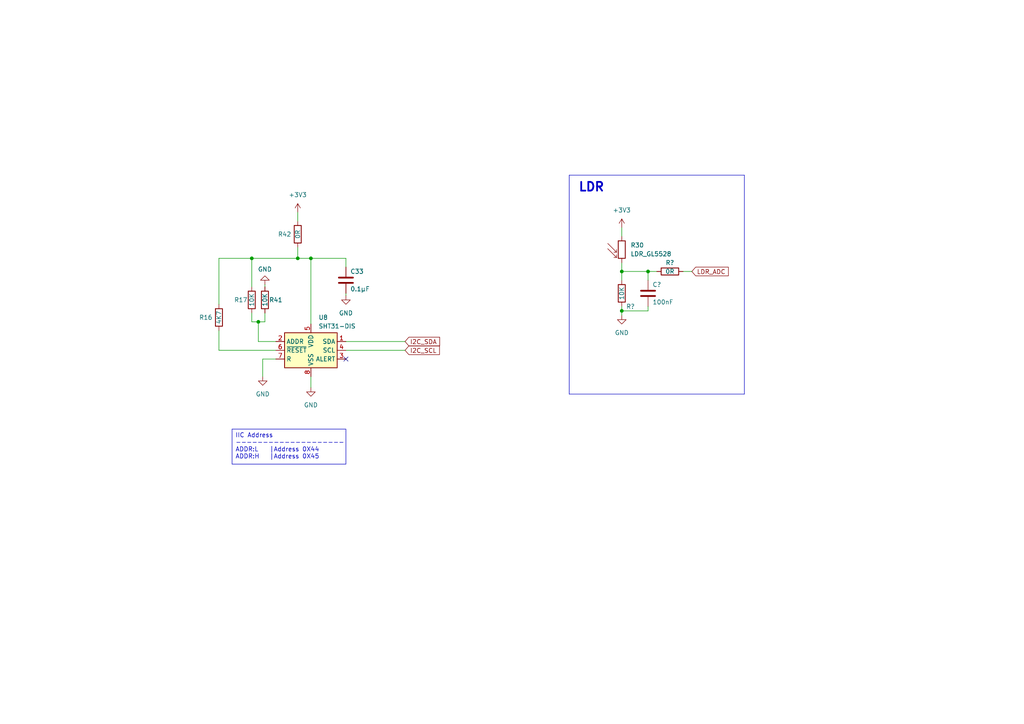
<source format=kicad_sch>
(kicad_sch (version 20230121) (generator eeschema)

  (uuid 2b06ac41-a27c-40fc-9a23-39e88749f8d7)

  (paper "A4")

  (title_block
    (title "ChronoVolt_Control")
    (date "2023-10-08")
    (rev "0.3")
    (company "Final Resolution")
  )

  (lib_symbols
    (symbol "Device:C" (pin_numbers hide) (pin_names (offset 0.254)) (in_bom yes) (on_board yes)
      (property "Reference" "C" (at 0.635 2.54 0)
        (effects (font (size 1.27 1.27)) (justify left))
      )
      (property "Value" "C" (at 0.635 -2.54 0)
        (effects (font (size 1.27 1.27)) (justify left))
      )
      (property "Footprint" "" (at 0.9652 -3.81 0)
        (effects (font (size 1.27 1.27)) hide)
      )
      (property "Datasheet" "~" (at 0 0 0)
        (effects (font (size 1.27 1.27)) hide)
      )
      (property "ki_keywords" "cap capacitor" (at 0 0 0)
        (effects (font (size 1.27 1.27)) hide)
      )
      (property "ki_description" "Unpolarized capacitor" (at 0 0 0)
        (effects (font (size 1.27 1.27)) hide)
      )
      (property "ki_fp_filters" "C_*" (at 0 0 0)
        (effects (font (size 1.27 1.27)) hide)
      )
      (symbol "C_0_1"
        (polyline
          (pts
            (xy -2.032 -0.762)
            (xy 2.032 -0.762)
          )
          (stroke (width 0.508) (type default))
          (fill (type none))
        )
        (polyline
          (pts
            (xy -2.032 0.762)
            (xy 2.032 0.762)
          )
          (stroke (width 0.508) (type default))
          (fill (type none))
        )
      )
      (symbol "C_1_1"
        (pin passive line (at 0 3.81 270) (length 2.794)
          (name "~" (effects (font (size 1.27 1.27))))
          (number "1" (effects (font (size 1.27 1.27))))
        )
        (pin passive line (at 0 -3.81 90) (length 2.794)
          (name "~" (effects (font (size 1.27 1.27))))
          (number "2" (effects (font (size 1.27 1.27))))
        )
      )
    )
    (symbol "Device:R" (pin_numbers hide) (pin_names (offset 0)) (in_bom yes) (on_board yes)
      (property "Reference" "R" (at 2.032 0 90)
        (effects (font (size 1.27 1.27)))
      )
      (property "Value" "R" (at 0 0 90)
        (effects (font (size 1.27 1.27)))
      )
      (property "Footprint" "" (at -1.778 0 90)
        (effects (font (size 1.27 1.27)) hide)
      )
      (property "Datasheet" "~" (at 0 0 0)
        (effects (font (size 1.27 1.27)) hide)
      )
      (property "ki_keywords" "R res resistor" (at 0 0 0)
        (effects (font (size 1.27 1.27)) hide)
      )
      (property "ki_description" "Resistor" (at 0 0 0)
        (effects (font (size 1.27 1.27)) hide)
      )
      (property "ki_fp_filters" "R_*" (at 0 0 0)
        (effects (font (size 1.27 1.27)) hide)
      )
      (symbol "R_0_1"
        (rectangle (start -1.016 -2.54) (end 1.016 2.54)
          (stroke (width 0.254) (type default))
          (fill (type none))
        )
      )
      (symbol "R_1_1"
        (pin passive line (at 0 3.81 270) (length 1.27)
          (name "~" (effects (font (size 1.27 1.27))))
          (number "1" (effects (font (size 1.27 1.27))))
        )
        (pin passive line (at 0 -3.81 90) (length 1.27)
          (name "~" (effects (font (size 1.27 1.27))))
          (number "2" (effects (font (size 1.27 1.27))))
        )
      )
    )
    (symbol "Device:R_Photo" (pin_numbers hide) (pin_names (offset 0)) (in_bom yes) (on_board yes)
      (property "Reference" "R" (at 1.27 1.27 0)
        (effects (font (size 1.27 1.27)) (justify left))
      )
      (property "Value" "R_Photo" (at 1.27 0 0)
        (effects (font (size 1.27 1.27)) (justify left top))
      )
      (property "Footprint" "" (at 1.27 -6.35 90)
        (effects (font (size 1.27 1.27)) (justify left) hide)
      )
      (property "Datasheet" "~" (at 0 -1.27 0)
        (effects (font (size 1.27 1.27)) hide)
      )
      (property "ki_keywords" "resistor variable light sensitive opto LDR" (at 0 0 0)
        (effects (font (size 1.27 1.27)) hide)
      )
      (property "ki_description" "Photoresistor" (at 0 0 0)
        (effects (font (size 1.27 1.27)) hide)
      )
      (property "ki_fp_filters" "*LDR* R?LDR*" (at 0 0 0)
        (effects (font (size 1.27 1.27)) hide)
      )
      (symbol "R_Photo_0_1"
        (rectangle (start -1.016 2.54) (end 1.016 -2.54)
          (stroke (width 0.254) (type default))
          (fill (type none))
        )
        (polyline
          (pts
            (xy -1.524 -2.286)
            (xy -4.064 0.254)
          )
          (stroke (width 0) (type default))
          (fill (type none))
        )
        (polyline
          (pts
            (xy -1.524 -2.286)
            (xy -2.286 -2.286)
          )
          (stroke (width 0) (type default))
          (fill (type none))
        )
        (polyline
          (pts
            (xy -1.524 -2.286)
            (xy -1.524 -1.524)
          )
          (stroke (width 0) (type default))
          (fill (type none))
        )
        (polyline
          (pts
            (xy -1.524 -0.762)
            (xy -4.064 1.778)
          )
          (stroke (width 0) (type default))
          (fill (type none))
        )
        (polyline
          (pts
            (xy -1.524 -0.762)
            (xy -2.286 -0.762)
          )
          (stroke (width 0) (type default))
          (fill (type none))
        )
        (polyline
          (pts
            (xy -1.524 -0.762)
            (xy -1.524 0)
          )
          (stroke (width 0) (type default))
          (fill (type none))
        )
      )
      (symbol "R_Photo_1_1"
        (pin passive line (at 0 3.81 270) (length 1.27)
          (name "~" (effects (font (size 1.27 1.27))))
          (number "1" (effects (font (size 1.27 1.27))))
        )
        (pin passive line (at 0 -3.81 90) (length 1.27)
          (name "~" (effects (font (size 1.27 1.27))))
          (number "2" (effects (font (size 1.27 1.27))))
        )
      )
    )
    (symbol "PCM_4ms_Power-symbol:GND" (power) (pin_names (offset 0)) (in_bom yes) (on_board yes)
      (property "Reference" "#PWR" (at 0 -6.35 0)
        (effects (font (size 1.27 1.27)) hide)
      )
      (property "Value" "GND" (at 0 -3.81 0)
        (effects (font (size 1.27 1.27)))
      )
      (property "Footprint" "" (at 0 0 0)
        (effects (font (size 1.27 1.27)) hide)
      )
      (property "Datasheet" "" (at 0 0 0)
        (effects (font (size 1.27 1.27)) hide)
      )
      (symbol "GND_0_1"
        (polyline
          (pts
            (xy 0 0)
            (xy 0 -1.27)
            (xy 1.27 -1.27)
            (xy 0 -2.54)
            (xy -1.27 -1.27)
            (xy 0 -1.27)
          )
          (stroke (width 0) (type default))
          (fill (type none))
        )
      )
      (symbol "GND_1_1"
        (pin power_in line (at 0 0 270) (length 0) hide
          (name "GND" (effects (font (size 1.27 1.27))))
          (number "1" (effects (font (size 1.27 1.27))))
        )
      )
    )
    (symbol "Sensor_Humidity:SHT31-DIS" (in_bom yes) (on_board yes)
      (property "Reference" "U" (at -6.35 6.35 0)
        (effects (font (size 1.27 1.27)))
      )
      (property "Value" "SHT31-DIS" (at 6.35 6.35 0)
        (effects (font (size 1.27 1.27)))
      )
      (property "Footprint" "Sensor_Humidity:Sensirion_DFN-8-1EP_2.5x2.5mm_P0.5mm_EP1.1x1.7mm" (at 0 1.27 0)
        (effects (font (size 1.27 1.27)) hide)
      )
      (property "Datasheet" "https://www.sensirion.com/fileadmin/user_upload/customers/sensirion/Dokumente/2_Humidity_Sensors/Datasheets/Sensirion_Humidity_Sensors_SHT3x_Datasheet_digital.pdf" (at 0 1.27 0)
        (effects (font (size 1.27 1.27)) hide)
      )
      (property "ki_keywords" "digital temperature humidity i2c" (at 0 0 0)
        (effects (font (size 1.27 1.27)) hide)
      )
      (property "ki_description" "I²C humidity and temperature sensor, ±2%RH, ±0.2°C, DFN-8" (at 0 0 0)
        (effects (font (size 1.27 1.27)) hide)
      )
      (property "ki_fp_filters" "Sensirion*DFN*1EP*2.5x2.5mm*P0.5mm*" (at 0 0 0)
        (effects (font (size 1.27 1.27)) hide)
      )
      (symbol "SHT31-DIS_0_1"
        (rectangle (start -7.62 5.08) (end 7.62 -5.08)
          (stroke (width 0.254) (type default))
          (fill (type background))
        )
      )
      (symbol "SHT31-DIS_1_1"
        (pin bidirectional line (at 10.16 2.54 180) (length 2.54)
          (name "SDA" (effects (font (size 1.27 1.27))))
          (number "1" (effects (font (size 1.27 1.27))))
        )
        (pin input line (at -10.16 2.54 0) (length 2.54)
          (name "ADDR" (effects (font (size 1.27 1.27))))
          (number "2" (effects (font (size 1.27 1.27))))
        )
        (pin output line (at 10.16 -2.54 180) (length 2.54)
          (name "ALERT" (effects (font (size 1.27 1.27))))
          (number "3" (effects (font (size 1.27 1.27))))
        )
        (pin input line (at 10.16 0 180) (length 2.54)
          (name "SCL" (effects (font (size 1.27 1.27))))
          (number "4" (effects (font (size 1.27 1.27))))
        )
        (pin power_in line (at 0 7.62 270) (length 2.54)
          (name "VDD" (effects (font (size 1.27 1.27))))
          (number "5" (effects (font (size 1.27 1.27))))
        )
        (pin input line (at -10.16 0 0) (length 2.54)
          (name "~{RESET}" (effects (font (size 1.27 1.27))))
          (number "6" (effects (font (size 1.27 1.27))))
        )
        (pin passive line (at -10.16 -2.54 0) (length 2.54)
          (name "R" (effects (font (size 1.27 1.27))))
          (number "7" (effects (font (size 1.27 1.27))))
        )
        (pin power_in line (at 0 -7.62 90) (length 2.54)
          (name "VSS" (effects (font (size 1.27 1.27))))
          (number "8" (effects (font (size 1.27 1.27))))
        )
        (pin passive line (at 0 -7.62 90) (length 2.54) hide
          (name "VSS" (effects (font (size 1.27 1.27))))
          (number "9" (effects (font (size 1.27 1.27))))
        )
      )
    )
    (symbol "power:+3V3" (power) (pin_names (offset 0)) (in_bom yes) (on_board yes)
      (property "Reference" "#PWR" (at 0 -3.81 0)
        (effects (font (size 1.27 1.27)) hide)
      )
      (property "Value" "+3V3" (at 0 3.556 0)
        (effects (font (size 1.27 1.27)))
      )
      (property "Footprint" "" (at 0 0 0)
        (effects (font (size 1.27 1.27)) hide)
      )
      (property "Datasheet" "" (at 0 0 0)
        (effects (font (size 1.27 1.27)) hide)
      )
      (property "ki_keywords" "global power" (at 0 0 0)
        (effects (font (size 1.27 1.27)) hide)
      )
      (property "ki_description" "Power symbol creates a global label with name \"+3V3\"" (at 0 0 0)
        (effects (font (size 1.27 1.27)) hide)
      )
      (symbol "+3V3_0_1"
        (polyline
          (pts
            (xy -0.762 1.27)
            (xy 0 2.54)
          )
          (stroke (width 0) (type default))
          (fill (type none))
        )
        (polyline
          (pts
            (xy 0 0)
            (xy 0 2.54)
          )
          (stroke (width 0) (type default))
          (fill (type none))
        )
        (polyline
          (pts
            (xy 0 2.54)
            (xy 0.762 1.27)
          )
          (stroke (width 0) (type default))
          (fill (type none))
        )
      )
      (symbol "+3V3_1_1"
        (pin power_in line (at 0 0 90) (length 0) hide
          (name "+3V3" (effects (font (size 1.27 1.27))))
          (number "1" (effects (font (size 1.27 1.27))))
        )
      )
    )
    (symbol "power:GND" (power) (pin_names (offset 0)) (in_bom yes) (on_board yes)
      (property "Reference" "#PWR" (at 0 -6.35 0)
        (effects (font (size 1.27 1.27)) hide)
      )
      (property "Value" "GND" (at 0 -3.81 0)
        (effects (font (size 1.27 1.27)))
      )
      (property "Footprint" "" (at 0 0 0)
        (effects (font (size 1.27 1.27)) hide)
      )
      (property "Datasheet" "" (at 0 0 0)
        (effects (font (size 1.27 1.27)) hide)
      )
      (property "ki_keywords" "global power" (at 0 0 0)
        (effects (font (size 1.27 1.27)) hide)
      )
      (property "ki_description" "Power symbol creates a global label with name \"GND\" , ground" (at 0 0 0)
        (effects (font (size 1.27 1.27)) hide)
      )
      (symbol "GND_0_1"
        (polyline
          (pts
            (xy 0 0)
            (xy 0 -1.27)
            (xy 1.27 -1.27)
            (xy 0 -2.54)
            (xy -1.27 -1.27)
            (xy 0 -1.27)
          )
          (stroke (width 0) (type default))
          (fill (type none))
        )
      )
      (symbol "GND_1_1"
        (pin power_in line (at 0 0 270) (length 0) hide
          (name "GND" (effects (font (size 1.27 1.27))))
          (number "1" (effects (font (size 1.27 1.27))))
        )
      )
    )
  )

  (junction (at 90.17 74.93) (diameter 0) (color 0 0 0 0)
    (uuid 5123c12e-a9bd-4435-aaa0-05df2008868b)
  )
  (junction (at 74.93 93.345) (diameter 0) (color 0 0 0 0)
    (uuid 70eb4c93-b5a5-4555-b71a-35e15984eea6)
  )
  (junction (at 180.34 78.74) (diameter 0) (color 0 0 0 0)
    (uuid be815da4-2e17-4c16-98a9-d385515e9fc3)
  )
  (junction (at 73.025 74.93) (diameter 0) (color 0 0 0 0)
    (uuid e1ec7e3e-bd8a-430e-85a1-8bf45a22ffcc)
  )
  (junction (at 86.36 74.93) (diameter 0) (color 0 0 0 0)
    (uuid e25b323d-f87f-4586-b71b-ca0f8967d3c8)
  )
  (junction (at 180.34 90.17) (diameter 0) (color 0 0 0 0)
    (uuid ee40b419-5867-418e-a52a-bb58a46359cd)
  )
  (junction (at 187.96 78.74) (diameter 0) (color 0 0 0 0)
    (uuid fcca7f3b-a854-4dcf-9a39-18e487100e21)
  )

  (no_connect (at 100.33 104.14) (uuid c7feb09c-b9f5-4bc8-abe4-babdd36f3e3b))

  (wire (pts (xy 63.5 101.6) (xy 80.01 101.6))
    (stroke (width 0) (type default))
    (uuid 076424c7-f09c-42ec-9665-662d6d1e58a6)
  )
  (wire (pts (xy 63.5 95.885) (xy 63.5 101.6))
    (stroke (width 0) (type default))
    (uuid 0dc12b77-e7c2-4eb6-9365-51faa9506a02)
  )
  (wire (pts (xy 76.835 90.805) (xy 76.835 93.345))
    (stroke (width 0) (type default))
    (uuid 1466e08f-a867-406a-86f1-13637a9f0f49)
  )
  (polyline (pts (xy 165.1 50.8) (xy 215.9 50.8))
    (stroke (width 0) (type default))
    (uuid 16188170-3122-4742-8386-638919bdffd4)
  )

  (wire (pts (xy 90.17 74.93) (xy 90.17 93.98))
    (stroke (width 0) (type default))
    (uuid 2c880ba1-df56-4dc2-b9ca-bd40bb1fb1ff)
  )
  (polyline (pts (xy 215.9 114.3) (xy 215.9 50.8))
    (stroke (width 0) (type default))
    (uuid 2e1e46da-8c73-4c49-a61c-b4ff4da9cbd0)
  )

  (wire (pts (xy 76.2 104.14) (xy 80.01 104.14))
    (stroke (width 0) (type default))
    (uuid 331b38d0-f5f4-4521-afa7-679419dd8e00)
  )
  (wire (pts (xy 74.93 93.345) (xy 73.025 93.345))
    (stroke (width 0) (type default))
    (uuid 3bd3efb7-52b6-4e2a-aaab-2e95afdf7352)
  )
  (wire (pts (xy 187.96 78.74) (xy 190.5 78.74))
    (stroke (width 0) (type default))
    (uuid 3be72cf9-56e2-4c81-b4c0-d4126a672a1b)
  )
  (wire (pts (xy 76.835 93.345) (xy 74.93 93.345))
    (stroke (width 0) (type default))
    (uuid 41a84910-b12b-4193-9eec-ba3a584590fc)
  )
  (wire (pts (xy 76.2 104.14) (xy 76.2 109.22))
    (stroke (width 0) (type default))
    (uuid 4832cdb4-6e25-476c-a84c-cd712802e393)
  )
  (wire (pts (xy 73.025 74.93) (xy 86.36 74.93))
    (stroke (width 0) (type default))
    (uuid 4c70deb3-1d88-4435-939c-a0474edd0d87)
  )
  (polyline (pts (xy 165.1 114.3) (xy 215.9 114.3))
    (stroke (width 0) (type default))
    (uuid 4efb4ed6-1741-4a5c-9ba9-297e915b13b8)
  )

  (wire (pts (xy 73.025 74.93) (xy 73.025 83.185))
    (stroke (width 0) (type default))
    (uuid 557613b6-c3e3-4d7c-9fc1-8ba39f26bfbe)
  )
  (wire (pts (xy 76.835 82.55) (xy 76.835 83.185))
    (stroke (width 0) (type default))
    (uuid 5a450199-725e-4a0c-bb81-46830fbd2dbe)
  )
  (wire (pts (xy 73.025 93.345) (xy 73.025 90.805))
    (stroke (width 0) (type default))
    (uuid 60692907-57fc-48a4-a6eb-9c6ca0961287)
  )
  (wire (pts (xy 90.17 74.93) (xy 100.33 74.93))
    (stroke (width 0) (type default))
    (uuid 629a7a81-7467-48b5-873a-8e53db848411)
  )
  (wire (pts (xy 180.34 90.17) (xy 187.96 90.17))
    (stroke (width 0) (type default))
    (uuid 6bf63f46-5a46-409a-b3e2-44a18733bdf8)
  )
  (wire (pts (xy 180.34 90.17) (xy 180.34 91.44))
    (stroke (width 0) (type default))
    (uuid 6c1a50b0-3c17-447d-8d3c-01eae59ab618)
  )
  (wire (pts (xy 198.12 78.74) (xy 200.66 78.74))
    (stroke (width 0) (type default))
    (uuid 79f5ec8c-ae40-4e96-85d7-0be58323123b)
  )
  (wire (pts (xy 117.475 101.6) (xy 100.33 101.6))
    (stroke (width 0) (type default))
    (uuid 7ba1f270-1e9c-4489-98c6-23a9762b8106)
  )
  (wire (pts (xy 117.475 99.06) (xy 100.33 99.06))
    (stroke (width 0) (type default))
    (uuid 834b733e-edd7-4bcf-95a0-a39c7e8c5415)
  )
  (wire (pts (xy 63.5 88.265) (xy 63.5 74.93))
    (stroke (width 0) (type default))
    (uuid 8378f0b6-1ecd-4a88-bead-1d084aebe09d)
  )
  (wire (pts (xy 187.96 81.28) (xy 187.96 78.74))
    (stroke (width 0) (type default))
    (uuid 8567ae60-102c-4e85-b37d-324346255337)
  )
  (wire (pts (xy 90.17 112.395) (xy 90.17 109.22))
    (stroke (width 0) (type default))
    (uuid 8c32e172-7283-4860-81b7-678715ad53a9)
  )
  (wire (pts (xy 86.36 61.595) (xy 86.36 64.135))
    (stroke (width 0) (type default))
    (uuid 8fb27bd8-7440-485f-bb4a-61fbd7ba5080)
  )
  (polyline (pts (xy 165.1 50.8) (xy 165.1 114.3))
    (stroke (width 0) (type default))
    (uuid 90af3f1c-58e7-48b4-88fd-acc377851e0d)
  )

  (wire (pts (xy 86.36 74.93) (xy 90.17 74.93))
    (stroke (width 0) (type default))
    (uuid ac12278e-b451-4fed-851f-57885a68e973)
  )
  (wire (pts (xy 180.34 78.74) (xy 180.34 81.28))
    (stroke (width 0) (type default))
    (uuid ac94f3a5-fb4b-4eee-83a9-238d0fedc317)
  )
  (wire (pts (xy 180.34 66.04) (xy 180.34 68.58))
    (stroke (width 0) (type default))
    (uuid be36bbdd-72fc-40ea-bc9f-3c1de5f81f73)
  )
  (wire (pts (xy 63.5 74.93) (xy 73.025 74.93))
    (stroke (width 0) (type default))
    (uuid c2f1f54f-7b22-499c-87cb-af66cac3c731)
  )
  (wire (pts (xy 100.33 77.47) (xy 100.33 74.93))
    (stroke (width 0) (type default))
    (uuid c42cd5c2-0402-46b3-b2d7-539fe3621dd7)
  )
  (wire (pts (xy 187.96 88.9) (xy 187.96 90.17))
    (stroke (width 0) (type default))
    (uuid c7a1ecb9-9e5e-49ef-8667-32b0af461169)
  )
  (wire (pts (xy 80.01 99.06) (xy 74.93 99.06))
    (stroke (width 0) (type default))
    (uuid cb123e4f-d3ef-4683-8328-edc2643e4401)
  )
  (wire (pts (xy 180.34 76.2) (xy 180.34 78.74))
    (stroke (width 0) (type default))
    (uuid e580b187-470b-49de-8a65-36f4bd5c3ee7)
  )
  (wire (pts (xy 100.33 85.725) (xy 100.33 85.09))
    (stroke (width 0) (type default))
    (uuid e6206a6d-2ee6-4b8a-9538-80d33b5585ee)
  )
  (wire (pts (xy 187.96 78.74) (xy 180.34 78.74))
    (stroke (width 0) (type default))
    (uuid e8b538c1-ffe8-4bbe-beab-88571ace388e)
  )
  (wire (pts (xy 86.36 71.755) (xy 86.36 74.93))
    (stroke (width 0) (type default))
    (uuid f0a625ac-1ad6-427b-9993-f2aa419a0f81)
  )
  (wire (pts (xy 180.34 88.9) (xy 180.34 90.17))
    (stroke (width 0) (type default))
    (uuid f4b2c952-eaff-43ab-ad3b-05e85f6016e7)
  )
  (wire (pts (xy 74.93 99.06) (xy 74.93 93.345))
    (stroke (width 0) (type default))
    (uuid f7911287-2ee8-4457-84ff-72237e158a88)
  )

  (text_box "IIC Address\n--------------------\nADDR:L	|Address 0X44\nADDR:H	|Address 0X45"
    (at 67.31 124.46 0) (size 33.02 10.16)
    (stroke (width 0) (type default))
    (fill (type none))
    (effects (font (size 1.27 1.27)) (justify left top))
    (uuid c0aed391-dc11-4ad9-b6ce-a77a59285701)
  )

  (text "LDR" (at 167.64 55.88 0)
    (effects (font (size 2.54 2.54) (thickness 0.508) bold) (justify left bottom))
    (uuid f22eda37-40b0-48bf-842f-71db301c7b73)
  )

  (global_label "LDR_ADC" (shape input) (at 200.66 78.74 0) (fields_autoplaced)
    (effects (font (size 1.27 1.27)) (justify left))
    (uuid 372759b9-dfde-4da0-8910-6d00d4f8d905)
    (property "Intersheetrefs" "${INTERSHEET_REFS}" (at 211.7301 78.74 0)
      (effects (font (size 1.27 1.27)) (justify left))
    )
  )
  (global_label "I2C_SDA" (shape input) (at 117.475 99.06 0) (fields_autoplaced)
    (effects (font (size 1.27 1.27)) (justify left))
    (uuid 90ca4cd3-96e7-4c3b-a082-64c154dd8ba8)
    (property "Intersheetrefs" "${INTERSHEET_REFS}" (at 128.0802 99.06 0)
      (effects (font (size 1.27 1.27)) (justify left))
    )
  )
  (global_label "I2C_SCL" (shape input) (at 117.475 101.6 0) (fields_autoplaced)
    (effects (font (size 1.27 1.27)) (justify left))
    (uuid fa96e55e-5761-4a51-8e66-32cdfe7d8d85)
    (property "Intersheetrefs" "${INTERSHEET_REFS}" (at 128.0197 101.6 0)
      (effects (font (size 1.27 1.27)) (justify left))
    )
  )

  (symbol (lib_id "Device:R") (at 63.5 92.075 0) (unit 1)
    (in_bom yes) (on_board yes) (dnp no)
    (uuid 218baac8-cf27-487c-9ff5-6ae4048e99d8)
    (property "Reference" "R16" (at 59.69 92.075 0)
      (effects (font (size 1.27 1.27)))
    )
    (property "Value" "4K7" (at 63.5 92.075 90)
      (effects (font (size 1.27 1.27)))
    )
    (property "Footprint" "Resistor_SMD:R_0603_1608Metric" (at 61.722 92.075 90)
      (effects (font (size 1.27 1.27)) hide)
    )
    (property "Datasheet" "~" (at 63.5 92.075 0)
      (effects (font (size 1.27 1.27)) hide)
    )
    (pin "1" (uuid e4220d20-bfff-4e13-af96-40e01cb80d2d))
    (pin "2" (uuid 914e195d-8e9e-4a76-baea-00182444ec00))
    (instances
      (project "ChronoVolt_Control"
        (path "/cceb3d39-99f1-4cc7-aa1d-f414cbebc8ea/52f3fa97-f0ad-4da8-8868-02ee2574106a"
          (reference "R16") (unit 1)
        )
      )
    )
  )

  (symbol (lib_id "Device:R") (at 73.025 86.995 0) (unit 1)
    (in_bom no) (on_board yes) (dnp no)
    (uuid 42a568c3-c90c-46bc-a7eb-15bfdb053577)
    (property "Reference" "R17" (at 69.85 86.995 0)
      (effects (font (size 1.27 1.27)))
    )
    (property "Value" "10K" (at 73.025 86.995 90)
      (effects (font (size 1.27 1.27)))
    )
    (property "Footprint" "Resistor_SMD:R_0603_1608Metric" (at 71.247 86.995 90)
      (effects (font (size 1.27 1.27)) hide)
    )
    (property "Datasheet" "~" (at 73.025 86.995 0)
      (effects (font (size 1.27 1.27)) hide)
    )
    (pin "1" (uuid cff7411e-34be-4a08-b820-059682c0e871))
    (pin "2" (uuid d430e0bf-1cf9-436e-a61f-71892ef2bf1b))
    (instances
      (project "ChronoVolt_Control"
        (path "/cceb3d39-99f1-4cc7-aa1d-f414cbebc8ea/52f3fa97-f0ad-4da8-8868-02ee2574106a"
          (reference "R17") (unit 1)
        )
      )
    )
  )

  (symbol (lib_id "Device:R_Photo") (at 180.34 72.39 0) (unit 1)
    (in_bom yes) (on_board yes) (dnp no) (fields_autoplaced)
    (uuid 46e3abf6-a6a7-4ed7-8082-eac9ece3ad27)
    (property "Reference" "R30" (at 182.88 71.12 0)
      (effects (font (size 1.27 1.27)) (justify left))
    )
    (property "Value" "LDR_GL5528" (at 182.88 73.66 0)
      (effects (font (size 1.27 1.27)) (justify left))
    )
    (property "Footprint" "OptoDevice:R_LDR_5.1x4.3mm_P3.4mm_Vertical" (at 181.61 78.74 90)
      (effects (font (size 1.27 1.27)) (justify left) hide)
    )
    (property "Datasheet" "~" (at 180.34 73.66 0)
      (effects (font (size 1.27 1.27)) hide)
    )
    (pin "1" (uuid df3acfcf-9f0d-4662-a96c-c0d663d99d2e))
    (pin "2" (uuid dbc48d88-2de1-4787-86c9-027dad0db118))
    (instances
      (project "ChronoVolt_Control"
        (path "/cceb3d39-99f1-4cc7-aa1d-f414cbebc8ea/52f3fa97-f0ad-4da8-8868-02ee2574106a"
          (reference "R30") (unit 1)
        )
      )
    )
  )

  (symbol (lib_id "Device:R") (at 180.34 85.09 0) (unit 1)
    (in_bom yes) (on_board yes) (dnp no)
    (uuid 4f601124-dfab-46df-82a4-6261e6517ca1)
    (property "Reference" "R?" (at 182.88 88.9 0)
      (effects (font (size 1.27 1.27)))
    )
    (property "Value" "10K" (at 180.34 85.09 90)
      (effects (font (size 1.27 1.27)))
    )
    (property "Footprint" "Resistor_SMD:R_0603_1608Metric" (at 178.562 85.09 90)
      (effects (font (size 1.27 1.27)) hide)
    )
    (property "Datasheet" "~" (at 180.34 85.09 0)
      (effects (font (size 1.27 1.27)) hide)
    )
    (pin "1" (uuid 506e98d6-84b4-43d4-bfed-de96391e74be))
    (pin "2" (uuid fef566dd-6dbd-4c4b-a141-4e690ad1c574))
    (instances
      (project "Final_ESPNoob_RevA_1006"
        (path "/020f851d-ff42-49ee-a080-0144446afa6e"
          (reference "R?") (unit 1)
        )
      )
      (project "ChronoVolt_Control"
        (path "/cceb3d39-99f1-4cc7-aa1d-f414cbebc8ea/52f3fa97-f0ad-4da8-8868-02ee2574106a"
          (reference "R31") (unit 1)
        )
      )
    )
  )

  (symbol (lib_id "Device:C") (at 187.96 85.09 0) (unit 1)
    (in_bom yes) (on_board yes) (dnp no)
    (uuid 52fb257c-4d4e-4571-bacc-f9a302bfcdcf)
    (property "Reference" "C?" (at 189.23 82.55 0)
      (effects (font (size 1.27 1.27)) (justify left))
    )
    (property "Value" "100nF" (at 189.23 87.63 0)
      (effects (font (size 1.27 1.27)) (justify left))
    )
    (property "Footprint" "Capacitor_SMD:C_0603_1608Metric" (at 188.9252 88.9 0)
      (effects (font (size 1.27 1.27)) hide)
    )
    (property "Datasheet" "~" (at 187.96 85.09 0)
      (effects (font (size 1.27 1.27)) hide)
    )
    (pin "1" (uuid 5963c920-1a48-4c77-b820-8daef7d0b2c9))
    (pin "2" (uuid 1eeed3ab-cce0-48d9-b148-ed3ee98b0d72))
    (instances
      (project "Final_ESPNoob_RevA_1006"
        (path "/020f851d-ff42-49ee-a080-0144446afa6e"
          (reference "C?") (unit 1)
        )
      )
      (project "ChronoVolt_Control"
        (path "/cceb3d39-99f1-4cc7-aa1d-f414cbebc8ea/52f3fa97-f0ad-4da8-8868-02ee2574106a"
          (reference "C24") (unit 1)
        )
      )
    )
  )

  (symbol (lib_id "Device:C") (at 100.33 81.28 0) (unit 1)
    (in_bom yes) (on_board yes) (dnp no)
    (uuid 600d4a65-a20d-4357-8d43-b87571960598)
    (property "Reference" "C33" (at 101.6 78.74 0)
      (effects (font (size 1.27 1.27)) (justify left))
    )
    (property "Value" "0.1μF" (at 101.6 83.82 0)
      (effects (font (size 1.27 1.27)) (justify left))
    )
    (property "Footprint" "Capacitor_SMD:C_0603_1608Metric" (at 101.2952 85.09 0)
      (effects (font (size 1.27 1.27)) hide)
    )
    (property "Datasheet" "~" (at 100.33 81.28 0)
      (effects (font (size 1.27 1.27)) hide)
    )
    (pin "1" (uuid 5c062a9c-14a7-47bb-8f0c-10ca84313a6e))
    (pin "2" (uuid 361e4a9a-6b24-4563-9afe-d6504ada6011))
    (instances
      (project "ChronoVolt_Control"
        (path "/cceb3d39-99f1-4cc7-aa1d-f414cbebc8ea/52f3fa97-f0ad-4da8-8868-02ee2574106a"
          (reference "C33") (unit 1)
        )
      )
    )
  )

  (symbol (lib_id "power:+3V3") (at 86.36 61.595 0) (unit 1)
    (in_bom yes) (on_board yes) (dnp no) (fields_autoplaced)
    (uuid 9220025f-3b77-45e0-aa5f-58afbbfffe95)
    (property "Reference" "#PWR092" (at 86.36 65.405 0)
      (effects (font (size 1.27 1.27)) hide)
    )
    (property "Value" "+3V3" (at 86.36 56.515 0)
      (effects (font (size 1.27 1.27)))
    )
    (property "Footprint" "" (at 86.36 61.595 0)
      (effects (font (size 1.27 1.27)) hide)
    )
    (property "Datasheet" "" (at 86.36 61.595 0)
      (effects (font (size 1.27 1.27)) hide)
    )
    (pin "1" (uuid 81bfae77-3be3-4e81-ac47-7c29111a97d2))
    (instances
      (project "ChronoVolt_Control"
        (path "/cceb3d39-99f1-4cc7-aa1d-f414cbebc8ea/52f3fa97-f0ad-4da8-8868-02ee2574106a"
          (reference "#PWR092") (unit 1)
        )
      )
    )
  )

  (symbol (lib_id "Sensor_Humidity:SHT31-DIS") (at 90.17 101.6 0) (unit 1)
    (in_bom yes) (on_board yes) (dnp no) (fields_autoplaced)
    (uuid 92caaaab-856a-47ef-86c7-bc902dbbd739)
    (property "Reference" "U8" (at 92.3641 92.075 0)
      (effects (font (size 1.27 1.27)) (justify left))
    )
    (property "Value" "SHT31-DIS" (at 92.3641 94.615 0)
      (effects (font (size 1.27 1.27)) (justify left))
    )
    (property "Footprint" "Sensor_Humidity:Sensirion_DFN-8-1EP_2.5x2.5mm_P0.5mm_EP1.1x1.7mm" (at 90.17 100.33 0)
      (effects (font (size 1.27 1.27)) hide)
    )
    (property "Datasheet" "https://sensirion.com/media/documents/213E6A3B/63A5A569/Datasheet_SHT3x_DIS.pdf" (at 90.17 100.33 0)
      (effects (font (size 1.27 1.27)) hide)
    )
    (pin "2" (uuid 7f5f6020-243f-4e8d-8a90-83699d8878ac))
    (pin "7" (uuid 109478ee-722a-4d33-984f-2140f7d849e6))
    (pin "4" (uuid 86daac86-326c-4a1e-9e23-b240cf4e2e78))
    (pin "1" (uuid 07d51ecf-365c-4d0d-aef2-447cf7b27cf0))
    (pin "5" (uuid 13a29a8e-3659-4ae6-afec-d0a40e47ff1b))
    (pin "9" (uuid 86403fc3-989f-424d-abab-8a356b1fe830))
    (pin "3" (uuid f345bf0c-83a0-4203-9374-79ae77f99395))
    (pin "6" (uuid 6edd1cbe-cfd7-44f3-b03b-d2628c9e640f))
    (pin "8" (uuid ad19cf9b-5aaf-41a2-8ed9-9e2e1fef59d3))
    (instances
      (project "ChronoVolt_Control"
        (path "/cceb3d39-99f1-4cc7-aa1d-f414cbebc8ea/52f3fa97-f0ad-4da8-8868-02ee2574106a"
          (reference "U8") (unit 1)
        )
      )
    )
  )

  (symbol (lib_id "Device:R") (at 86.36 67.945 0) (unit 1)
    (in_bom yes) (on_board yes) (dnp no)
    (uuid 952cbe06-dc37-4df8-932d-bfc3d39c5074)
    (property "Reference" "R42" (at 82.55 67.945 0)
      (effects (font (size 1.27 1.27)))
    )
    (property "Value" "0R" (at 86.36 67.945 90)
      (effects (font (size 1.27 1.27)))
    )
    (property "Footprint" "Resistor_SMD:R_0603_1608Metric" (at 84.582 67.945 90)
      (effects (font (size 1.27 1.27)) hide)
    )
    (property "Datasheet" "~" (at 86.36 67.945 0)
      (effects (font (size 1.27 1.27)) hide)
    )
    (pin "1" (uuid c44322cc-78d0-4429-95b2-8259661bd053))
    (pin "2" (uuid 46c8782b-62d1-41b9-92fa-7f03ff955bf7))
    (instances
      (project "ChronoVolt_Control"
        (path "/cceb3d39-99f1-4cc7-aa1d-f414cbebc8ea/52f3fa97-f0ad-4da8-8868-02ee2574106a"
          (reference "R42") (unit 1)
        )
      )
    )
  )

  (symbol (lib_id "power:GND") (at 180.34 91.44 0) (unit 1)
    (in_bom yes) (on_board yes) (dnp no) (fields_autoplaced)
    (uuid a8a72090-0c95-4f44-8b09-4727c1ae6a61)
    (property "Reference" "#PWR?" (at 180.34 97.79 0)
      (effects (font (size 1.27 1.27)) hide)
    )
    (property "Value" "GND" (at 180.34 96.52 0)
      (effects (font (size 1.27 1.27)))
    )
    (property "Footprint" "" (at 180.34 91.44 0)
      (effects (font (size 1.27 1.27)) hide)
    )
    (property "Datasheet" "" (at 180.34 91.44 0)
      (effects (font (size 1.27 1.27)) hide)
    )
    (pin "1" (uuid 799fdfdb-d617-442a-b3bf-67de74775b2e))
    (instances
      (project "Final_ESPNoob_RevA_1006"
        (path "/020f851d-ff42-49ee-a080-0144446afa6e"
          (reference "#PWR?") (unit 1)
        )
      )
      (project "ChronoVolt_Control"
        (path "/cceb3d39-99f1-4cc7-aa1d-f414cbebc8ea/52f3fa97-f0ad-4da8-8868-02ee2574106a"
          (reference "#PWR057") (unit 1)
        )
      )
    )
  )

  (symbol (lib_id "PCM_4ms_Power-symbol:GND") (at 76.835 82.55 180) (unit 1)
    (in_bom yes) (on_board yes) (dnp no) (fields_autoplaced)
    (uuid b07bfac8-cc3e-4a75-b0d1-baea1f4a40d3)
    (property "Reference" "#PWR091" (at 76.835 76.2 0)
      (effects (font (size 1.27 1.27)) hide)
    )
    (property "Value" "GND" (at 76.835 78.105 0)
      (effects (font (size 1.27 1.27)))
    )
    (property "Footprint" "" (at 76.835 82.55 0)
      (effects (font (size 1.27 1.27)) hide)
    )
    (property "Datasheet" "" (at 76.835 82.55 0)
      (effects (font (size 1.27 1.27)) hide)
    )
    (pin "1" (uuid 2fac53a4-a5f3-4bde-afcc-7039ae6d2141))
    (instances
      (project "ChronoVolt_Control"
        (path "/cceb3d39-99f1-4cc7-aa1d-f414cbebc8ea/52f3fa97-f0ad-4da8-8868-02ee2574106a"
          (reference "#PWR091") (unit 1)
        )
      )
    )
  )

  (symbol (lib_id "Device:R") (at 194.31 78.74 270) (unit 1)
    (in_bom yes) (on_board yes) (dnp no)
    (uuid b8cc3fbc-69b4-43ae-8a78-dcf59c0087fc)
    (property "Reference" "R?" (at 194.31 76.2 90)
      (effects (font (size 1.27 1.27)))
    )
    (property "Value" "0R" (at 194.31 78.74 90)
      (effects (font (size 1.27 1.27)))
    )
    (property "Footprint" "Resistor_SMD:R_0603_1608Metric" (at 194.31 76.962 90)
      (effects (font (size 1.27 1.27)) hide)
    )
    (property "Datasheet" "~" (at 194.31 78.74 0)
      (effects (font (size 1.27 1.27)) hide)
    )
    (pin "1" (uuid 5003e104-94ec-4596-898c-8ad13ec42ea7))
    (pin "2" (uuid 606e4e99-c862-487f-b9e5-ca839eebaef0))
    (instances
      (project "Final_ESPNoob_RevA_1006"
        (path "/020f851d-ff42-49ee-a080-0144446afa6e"
          (reference "R?") (unit 1)
        )
      )
      (project "ChronoVolt_Control"
        (path "/cceb3d39-99f1-4cc7-aa1d-f414cbebc8ea/52f3fa97-f0ad-4da8-8868-02ee2574106a"
          (reference "R32") (unit 1)
        )
      )
    )
  )

  (symbol (lib_id "PCM_4ms_Power-symbol:GND") (at 90.17 112.395 0) (unit 1)
    (in_bom yes) (on_board yes) (dnp no) (fields_autoplaced)
    (uuid c27953b6-861b-4f8f-90a6-f7617fb3d132)
    (property "Reference" "#PWR093" (at 90.17 118.745 0)
      (effects (font (size 1.27 1.27)) hide)
    )
    (property "Value" "GND" (at 90.17 117.475 0)
      (effects (font (size 1.27 1.27)))
    )
    (property "Footprint" "" (at 90.17 112.395 0)
      (effects (font (size 1.27 1.27)) hide)
    )
    (property "Datasheet" "" (at 90.17 112.395 0)
      (effects (font (size 1.27 1.27)) hide)
    )
    (pin "1" (uuid dda4fae0-394e-4388-9b60-fdfe2b27e08d))
    (instances
      (project "ChronoVolt_Control"
        (path "/cceb3d39-99f1-4cc7-aa1d-f414cbebc8ea/52f3fa97-f0ad-4da8-8868-02ee2574106a"
          (reference "#PWR093") (unit 1)
        )
      )
    )
  )

  (symbol (lib_id "power:+3V3") (at 180.34 66.04 0) (unit 1)
    (in_bom yes) (on_board yes) (dnp no) (fields_autoplaced)
    (uuid da6e8d19-eb9f-452b-9372-bed4532e50ca)
    (property "Reference" "#PWR?" (at 180.34 69.85 0)
      (effects (font (size 1.27 1.27)) hide)
    )
    (property "Value" "+3V3" (at 180.34 60.96 0)
      (effects (font (size 1.27 1.27)))
    )
    (property "Footprint" "" (at 180.34 66.04 0)
      (effects (font (size 1.27 1.27)) hide)
    )
    (property "Datasheet" "" (at 180.34 66.04 0)
      (effects (font (size 1.27 1.27)) hide)
    )
    (pin "1" (uuid b88ba0c2-43ff-45a8-860b-6f0d0637538c))
    (instances
      (project "Slug-75"
        (path "/10ae08b6-c98d-4dca-bdd1-a6bdf826a88b/fc50fc01-b8d0-4389-8be8-2160b97d94b3"
          (reference "#PWR?") (unit 1)
        )
      )
      (project "ChronoVolt_Control"
        (path "/cceb3d39-99f1-4cc7-aa1d-f414cbebc8ea/52f3fa97-f0ad-4da8-8868-02ee2574106a"
          (reference "#PWR056") (unit 1)
        )
      )
    )
  )

  (symbol (lib_id "PCM_4ms_Power-symbol:GND") (at 76.2 109.22 0) (unit 1)
    (in_bom yes) (on_board yes) (dnp no) (fields_autoplaced)
    (uuid dc508579-d779-4cc7-acda-65b9f98ea1bc)
    (property "Reference" "#PWR090" (at 76.2 115.57 0)
      (effects (font (size 1.27 1.27)) hide)
    )
    (property "Value" "GND" (at 76.2 114.3 0)
      (effects (font (size 1.27 1.27)))
    )
    (property "Footprint" "" (at 76.2 109.22 0)
      (effects (font (size 1.27 1.27)) hide)
    )
    (property "Datasheet" "" (at 76.2 109.22 0)
      (effects (font (size 1.27 1.27)) hide)
    )
    (pin "1" (uuid 253fe517-74b1-46d7-9895-d73542ae378d))
    (instances
      (project "ChronoVolt_Control"
        (path "/cceb3d39-99f1-4cc7-aa1d-f414cbebc8ea/52f3fa97-f0ad-4da8-8868-02ee2574106a"
          (reference "#PWR090") (unit 1)
        )
      )
    )
  )

  (symbol (lib_id "PCM_4ms_Power-symbol:GND") (at 100.33 85.725 0) (unit 1)
    (in_bom yes) (on_board yes) (dnp no) (fields_autoplaced)
    (uuid f7905c51-9193-4b03-b28d-e1a198e00847)
    (property "Reference" "#PWR095" (at 100.33 92.075 0)
      (effects (font (size 1.27 1.27)) hide)
    )
    (property "Value" "GND" (at 100.33 90.805 0)
      (effects (font (size 1.27 1.27)))
    )
    (property "Footprint" "" (at 100.33 85.725 0)
      (effects (font (size 1.27 1.27)) hide)
    )
    (property "Datasheet" "" (at 100.33 85.725 0)
      (effects (font (size 1.27 1.27)) hide)
    )
    (pin "1" (uuid 2d208e43-6ec6-4d3f-841f-a5921fa899c1))
    (instances
      (project "ChronoVolt_Control"
        (path "/cceb3d39-99f1-4cc7-aa1d-f414cbebc8ea/52f3fa97-f0ad-4da8-8868-02ee2574106a"
          (reference "#PWR095") (unit 1)
        )
      )
    )
  )

  (symbol (lib_id "Device:R") (at 76.835 86.995 0) (unit 1)
    (in_bom yes) (on_board yes) (dnp no)
    (uuid fe1f652f-87f3-452e-b122-d16a6371b139)
    (property "Reference" "R41" (at 80.01 86.995 0)
      (effects (font (size 1.27 1.27)))
    )
    (property "Value" "10K" (at 76.835 86.995 90)
      (effects (font (size 1.27 1.27)))
    )
    (property "Footprint" "Resistor_SMD:R_0603_1608Metric" (at 75.057 86.995 90)
      (effects (font (size 1.27 1.27)) hide)
    )
    (property "Datasheet" "~" (at 76.835 86.995 0)
      (effects (font (size 1.27 1.27)) hide)
    )
    (pin "1" (uuid 1496a6cf-c757-48d8-89d8-004af74cdb9a))
    (pin "2" (uuid 4fd62037-6116-4535-ab4c-239de813cb02))
    (instances
      (project "ChronoVolt_Control"
        (path "/cceb3d39-99f1-4cc7-aa1d-f414cbebc8ea/52f3fa97-f0ad-4da8-8868-02ee2574106a"
          (reference "R41") (unit 1)
        )
      )
    )
  )
)

</source>
